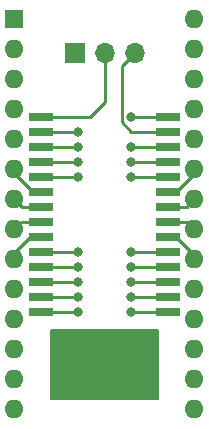
<source format=gbr>
%TF.GenerationSoftware,KiCad,Pcbnew,(6.0.11)*%
%TF.CreationDate,2024-01-03T21:36:34+00:00*%
%TF.ProjectId,BBCB-SWRAM-32,42424342-2d53-4575-9241-4d2d33322e6b,rev?*%
%TF.SameCoordinates,Original*%
%TF.FileFunction,Copper,L1,Top*%
%TF.FilePolarity,Positive*%
%FSLAX46Y46*%
G04 Gerber Fmt 4.6, Leading zero omitted, Abs format (unit mm)*
G04 Created by KiCad (PCBNEW (6.0.11)) date 2024-01-03 21:36:34*
%MOMM*%
%LPD*%
G01*
G04 APERTURE LIST*
%TA.AperFunction,NonConductor*%
%ADD10C,0.200000*%
%TD*%
%TA.AperFunction,SMDPad,CuDef*%
%ADD11R,2.107000X0.700000*%
%TD*%
%TA.AperFunction,ComponentPad*%
%ADD12R,1.700000X1.700000*%
%TD*%
%TA.AperFunction,ComponentPad*%
%ADD13O,1.700000X1.700000*%
%TD*%
%TA.AperFunction,ComponentPad*%
%ADD14R,1.600000X1.600000*%
%TD*%
%TA.AperFunction,ComponentPad*%
%ADD15O,1.600000X1.600000*%
%TD*%
%TA.AperFunction,ViaPad*%
%ADD16C,0.800000*%
%TD*%
%TA.AperFunction,Conductor*%
%ADD17C,0.250000*%
%TD*%
G04 APERTURE END LIST*
D10*
X155635000Y-83600000D02*
X164635000Y-83600000D01*
X164635000Y-83600000D02*
X164635000Y-89400000D01*
X164635000Y-89400000D02*
X155635000Y-89400000D01*
X155635000Y-89400000D02*
X155635000Y-83600000D01*
G36*
X155635000Y-83600000D02*
G01*
X164635000Y-83600000D01*
X164635000Y-89400000D01*
X155635000Y-89400000D01*
X155635000Y-83600000D01*
G37*
D11*
%TO.P,U2,1,A14*%
%TO.N,/A14*%
X154763000Y-65521000D03*
%TO.P,U2,2,A12*%
%TO.N,/A12*%
X154763000Y-66791000D03*
%TO.P,U2,3,A7*%
%TO.N,/A7*%
X154763000Y-68061000D03*
%TO.P,U2,4,A6*%
%TO.N,/A6*%
X154763000Y-69331000D03*
%TO.P,U2,5,A5*%
%TO.N,/A5*%
X154763000Y-70601000D03*
%TO.P,U2,6,A4*%
%TO.N,/A4*%
X154763000Y-71871000D03*
%TO.P,U2,7,A3*%
%TO.N,/A3*%
X154763000Y-73141000D03*
%TO.P,U2,8,A2*%
%TO.N,/A2*%
X154763000Y-74411000D03*
%TO.P,U2,9,A1*%
%TO.N,/A1*%
X154763000Y-75681000D03*
%TO.P,U2,10,A0*%
%TO.N,/A0*%
X154763000Y-76951000D03*
%TO.P,U2,11,DQ0*%
%TO.N,/DQ0*%
X154763000Y-78221000D03*
%TO.P,U2,12,DQ1*%
%TO.N,/DQ1*%
X154763000Y-79491000D03*
%TO.P,U2,13,DQ2*%
%TO.N,/DQ2*%
X154763000Y-80761000D03*
%TO.P,U2,14,VSS*%
%TO.N,/VSS*%
X154763000Y-82031000D03*
%TO.P,U2,15,DQ3*%
%TO.N,/DQ3*%
X165507000Y-82031000D03*
%TO.P,U2,16,DQ4*%
%TO.N,/DQ4*%
X165507000Y-80761000D03*
%TO.P,U2,17,DQ5*%
%TO.N,/DQ5*%
X165507000Y-79491000D03*
%TO.P,U2,18,DQ6*%
%TO.N,/DQ6*%
X165507000Y-78221000D03*
%TO.P,U2,19,DQ7*%
%TO.N,/DQ7*%
X165507000Y-76951000D03*
%TO.P,U2,20,CE#*%
%TO.N,/CE#*%
X165507000Y-75681000D03*
%TO.P,U2,21,A10*%
%TO.N,/A10*%
X165507000Y-74411000D03*
%TO.P,U2,22,OE#*%
%TO.N,/0E#*%
X165507000Y-73141000D03*
%TO.P,U2,23,A11*%
%TO.N,/A11*%
X165507000Y-71871000D03*
%TO.P,U2,24,A9*%
%TO.N,/A9*%
X165507000Y-70601000D03*
%TO.P,U2,25,A8*%
%TO.N,/A8*%
X165507000Y-69331000D03*
%TO.P,U2,26,A13*%
%TO.N,/A13*%
X165507000Y-68061000D03*
%TO.P,U2,27,WE#*%
%TO.N,/WE#*%
X165507000Y-66791000D03*
%TO.P,U2,28,VCC*%
%TO.N,/VCC*%
X165507000Y-65521000D03*
%TD*%
D12*
%TO.P,J1,1,Pin_1*%
%TO.N,/WE#*%
X157610000Y-60115000D03*
D13*
%TO.P,J1,2,Pin_2*%
%TO.N,/A14*%
X160150000Y-60115000D03*
%TO.P,J1,3,Pin_3*%
%TO.N,/WE#*%
X162690000Y-60115000D03*
%TD*%
D14*
%TO.P,U1,1,A14*%
%TO.N,unconnected-(U1-Pad1)*%
X152510000Y-57276000D03*
D15*
%TO.P,U1,2,A12*%
%TO.N,/A12*%
X152510000Y-59816000D03*
%TO.P,U1,3,A7*%
%TO.N,/A7*%
X152510000Y-62356000D03*
%TO.P,U1,4,A6*%
%TO.N,/A6*%
X152510000Y-64896000D03*
%TO.P,U1,5,A5*%
%TO.N,/A5*%
X152510000Y-67436000D03*
%TO.P,U1,6,A4*%
%TO.N,/A4*%
X152510000Y-69976000D03*
%TO.P,U1,7,A3*%
%TO.N,/A3*%
X152510000Y-72516000D03*
%TO.P,U1,8,A2*%
%TO.N,/A2*%
X152510000Y-75056000D03*
%TO.P,U1,9,A1*%
%TO.N,/A1*%
X152510000Y-77596000D03*
%TO.P,U1,10,A0*%
%TO.N,/A0*%
X152510000Y-80136000D03*
%TO.P,U1,11,DQ0*%
%TO.N,/DQ0*%
X152510000Y-82676000D03*
%TO.P,U1,12,DQ1*%
%TO.N,/DQ1*%
X152510000Y-85216000D03*
%TO.P,U1,13,DQ2*%
%TO.N,/DQ2*%
X152510000Y-87756000D03*
%TO.P,U1,14,VSS*%
%TO.N,/VSS*%
X152510000Y-90296000D03*
%TO.P,U1,15,DQ3*%
%TO.N,/DQ3*%
X167750000Y-90296000D03*
%TO.P,U1,16,DQ4*%
%TO.N,/DQ4*%
X167750000Y-87756000D03*
%TO.P,U1,17,DQ5*%
%TO.N,/DQ5*%
X167750000Y-85216000D03*
%TO.P,U1,18,DQ6*%
%TO.N,/DQ6*%
X167750000Y-82676000D03*
%TO.P,U1,19,DQ7*%
%TO.N,/DQ7*%
X167750000Y-80136000D03*
%TO.P,U1,20,CE#*%
%TO.N,/CE#*%
X167750000Y-77596000D03*
%TO.P,U1,21,A10*%
%TO.N,/A10*%
X167750000Y-75056000D03*
%TO.P,U1,22,OE#*%
%TO.N,/0E#*%
X167750000Y-72516000D03*
%TO.P,U1,23,A11*%
%TO.N,/A11*%
X167750000Y-69976000D03*
%TO.P,U1,24,A9*%
%TO.N,/A9*%
X167750000Y-67436000D03*
%TO.P,U1,25,A8*%
%TO.N,/A8*%
X167750000Y-64896000D03*
%TO.P,U1,26,A13*%
%TO.N,/A13*%
X167750000Y-62356000D03*
%TO.P,U1,27,WE#*%
%TO.N,unconnected-(U1-Pad27)*%
X167750000Y-59816000D03*
%TO.P,U1,28,VCC*%
%TO.N,/VCC*%
X167750000Y-57276000D03*
%TD*%
D16*
%TO.N,/A12*%
X157920000Y-66791000D03*
%TO.N,/A7*%
X157920000Y-68061000D03*
%TO.N,/A6*%
X157920000Y-69331000D03*
%TO.N,/A5*%
X157920000Y-70601000D03*
%TO.N,/A0*%
X157920000Y-76951000D03*
%TO.N,/DQ0*%
X157920000Y-78221000D03*
%TO.N,/DQ1*%
X157920000Y-79491000D03*
%TO.N,/DQ2*%
X157920000Y-80761000D03*
%TO.N,/VSS*%
X157920000Y-82031000D03*
%TO.N,/DQ3*%
X162360000Y-82031000D03*
%TO.N,/DQ4*%
X162360000Y-80761000D03*
%TO.N,/DQ5*%
X162360000Y-79491000D03*
%TO.N,/DQ6*%
X162360000Y-78221000D03*
%TO.N,/DQ7*%
X162360000Y-76951000D03*
%TO.N,/A9*%
X162360000Y-70601000D03*
%TO.N,/A8*%
X162360000Y-69331000D03*
%TO.N,/A13*%
X162360000Y-68061000D03*
%TO.N,/VCC*%
X162360000Y-65521000D03*
%TD*%
D17*
%TO.N,/A12*%
X157920000Y-66791000D02*
X154763000Y-66791000D01*
%TO.N,/A7*%
X157920000Y-68061000D02*
X154763000Y-68061000D01*
%TO.N,/A6*%
X157920000Y-69331000D02*
X154763000Y-69331000D01*
%TO.N,/A5*%
X157920000Y-70601000D02*
X154763000Y-70601000D01*
%TO.N,/A4*%
X154763000Y-71871000D02*
X154059500Y-71871000D01*
X152510000Y-70321500D02*
X152510000Y-69976000D01*
X154059500Y-71871000D02*
X152510000Y-70321500D01*
%TO.N,/A3*%
X153135000Y-73141000D02*
X152510000Y-72516000D01*
X154763000Y-73141000D02*
X153135000Y-73141000D01*
%TO.N,/A2*%
X153155000Y-74411000D02*
X154763000Y-74411000D01*
X152510000Y-75056000D02*
X153155000Y-74411000D01*
%TO.N,/A1*%
X152510000Y-77596000D02*
X152510000Y-77020000D01*
X152510000Y-77020000D02*
X153849000Y-75681000D01*
X153849000Y-75681000D02*
X154763000Y-75681000D01*
%TO.N,/A0*%
X157920000Y-76951000D02*
X154763000Y-76951000D01*
%TO.N,/DQ0*%
X157920000Y-78221000D02*
X154763000Y-78221000D01*
%TO.N,/DQ1*%
X157920000Y-79491000D02*
X154763000Y-79491000D01*
%TO.N,/DQ2*%
X157920000Y-80761000D02*
X154763000Y-80761000D01*
%TO.N,/VSS*%
X157920000Y-82031000D02*
X154763000Y-82031000D01*
%TO.N,/DQ3*%
X165507000Y-82031000D02*
X162450911Y-82031000D01*
%TO.N,/DQ4*%
X162489000Y-80761000D02*
X162379701Y-80870299D01*
X165507000Y-80761000D02*
X162489000Y-80761000D01*
%TO.N,/DQ5*%
X165507000Y-79491000D02*
X162389000Y-79491000D01*
X162389000Y-79491000D02*
X162360000Y-79520000D01*
%TO.N,/DQ6*%
X162360000Y-78221000D02*
X165507000Y-78221000D01*
%TO.N,/DQ7*%
X162360000Y-76951000D02*
X165507000Y-76951000D01*
%TO.N,/CE#*%
X167750000Y-77596000D02*
X167750000Y-77220500D01*
X167750000Y-77220500D02*
X166210500Y-75681000D01*
X166210500Y-75681000D02*
X165507000Y-75681000D01*
%TO.N,/A10*%
X167750000Y-75056000D02*
X167105000Y-74411000D01*
X167105000Y-74411000D02*
X165507000Y-74411000D01*
%TO.N,/0E#*%
X167750000Y-72516000D02*
X167125000Y-73141000D01*
X167125000Y-73141000D02*
X165507000Y-73141000D01*
%TO.N,/A11*%
X166210500Y-71871000D02*
X165507000Y-71871000D01*
X167750000Y-70331500D02*
X166210500Y-71871000D01*
X167750000Y-69976000D02*
X167750000Y-70331500D01*
%TO.N,/A9*%
X162360000Y-70601000D02*
X165507000Y-70601000D01*
%TO.N,/A8*%
X162360000Y-69331000D02*
X165507000Y-69331000D01*
%TO.N,/A13*%
X162360000Y-68061000D02*
X165507000Y-68061000D01*
%TO.N,/VCC*%
X162360000Y-65521000D02*
X165507000Y-65521000D01*
%TO.N,/WE#*%
X161600000Y-66000000D02*
X161600000Y-61205000D01*
X162391000Y-66791000D02*
X161600000Y-66000000D01*
X165507000Y-66791000D02*
X162391000Y-66791000D01*
X161600000Y-61205000D02*
X162690000Y-60115000D01*
%TO.N,/A14*%
X160150000Y-64250000D02*
X158879000Y-65521000D01*
X160150000Y-60115000D02*
X160150000Y-64250000D01*
X158879000Y-65521000D02*
X154763000Y-65521000D01*
%TD*%
M02*

</source>
